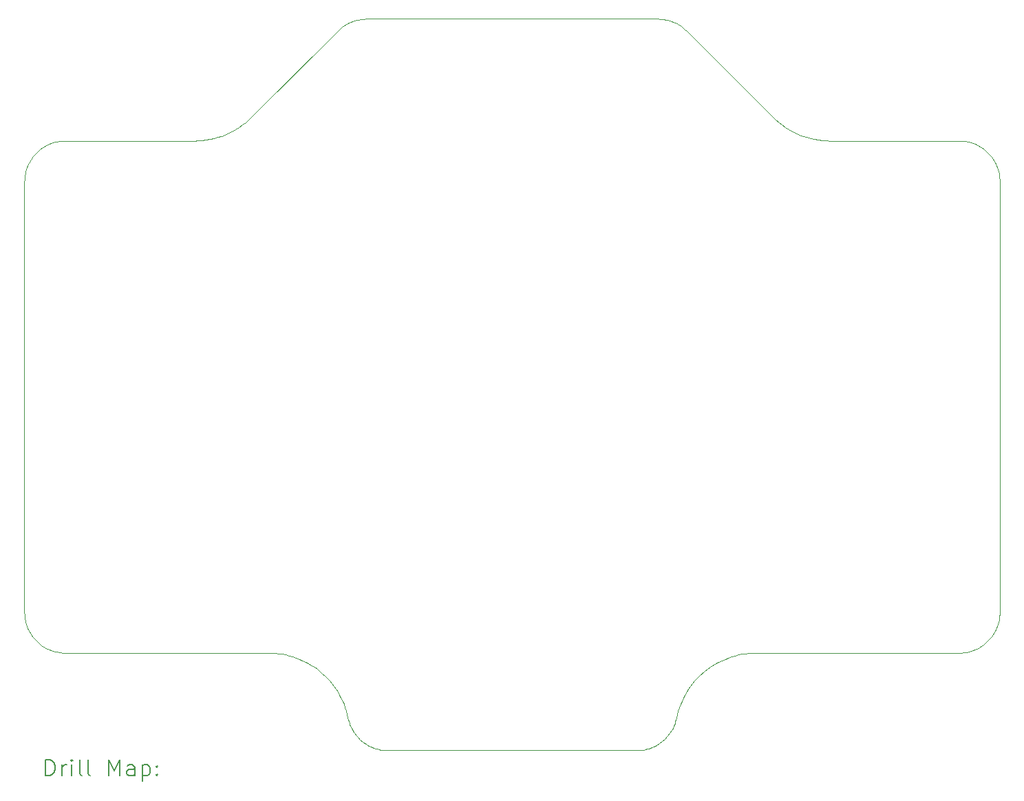
<source format=gbr>
%TF.GenerationSoftware,KiCad,Pcbnew,7.0.5*%
%TF.CreationDate,2024-08-14T01:08:48+02:00*%
%TF.ProjectId,game,67616d65-2e6b-4696-9361-645f70636258,rev?*%
%TF.SameCoordinates,Original*%
%TF.FileFunction,Drillmap*%
%TF.FilePolarity,Positive*%
%FSLAX45Y45*%
G04 Gerber Fmt 4.5, Leading zero omitted, Abs format (unit mm)*
G04 Created by KiCad (PCBNEW 7.0.5) date 2024-08-14 01:08:48*
%MOMM*%
%LPD*%
G01*
G04 APERTURE LIST*
%ADD10C,0.000000*%
%ADD11C,0.200000*%
G04 APERTURE END LIST*
D10*
X7114176Y-12618046D02*
X7129891Y-12636188D01*
X15090363Y-5098116D02*
X15070294Y-5084010D01*
X7010159Y-12400769D02*
X7015742Y-12424959D01*
X10599343Y-12999506D02*
X10565163Y-12975008D01*
X15125120Y-13315415D02*
X15105196Y-13353280D01*
X7129891Y-12636188D02*
X7146446Y-12653553D01*
X14995256Y-13684027D02*
X15002796Y-13663663D01*
X6999992Y-6999945D02*
X6999992Y-12300078D01*
X15002796Y-13663663D02*
X15009482Y-13642858D01*
X10216991Y-12823720D02*
X10174635Y-12815281D01*
X18997554Y-12349419D02*
X18999386Y-12324794D01*
X18671918Y-6530341D02*
X18648686Y-6522480D01*
X7015742Y-6875042D02*
X7010159Y-6899232D01*
X7000001Y-12300002D02*
X7000652Y-12325732D01*
X7283230Y-6549307D02*
X7261671Y-6560348D01*
X7015742Y-12424959D02*
X7022480Y-12448686D01*
X10418670Y-12891771D02*
X10379833Y-12874838D01*
X10979797Y-13600002D02*
X10969973Y-13556743D01*
X7328083Y-12769660D02*
X7351315Y-12777521D01*
X7039293Y-12494623D02*
X7049306Y-12516771D01*
X7000652Y-12325732D02*
X7002583Y-12351124D01*
X10780400Y-13174619D02*
X10753312Y-13142271D01*
X7022480Y-12448686D02*
X7030340Y-12471917D01*
X7351315Y-12777521D02*
X7375042Y-12784259D01*
X7002583Y-12351124D02*
X7005762Y-12376147D01*
X7005762Y-12376147D02*
X7010159Y-12400769D01*
X7030340Y-12471917D02*
X7039293Y-12494623D01*
X7049306Y-12516771D02*
X7060348Y-12538330D01*
X10913160Y-13392139D02*
X10894805Y-13353282D01*
X14792894Y-4999960D02*
X11207107Y-4999960D01*
X7060348Y-12538330D02*
X7072387Y-12559268D01*
X10695294Y-13081259D02*
X10664454Y-13052669D01*
X15620168Y-12874836D02*
X15581330Y-12891770D01*
X7072387Y-12559268D02*
X7085392Y-12579555D01*
X10529960Y-12951948D02*
X10493779Y-12930364D01*
X7085392Y-12579555D02*
X7099332Y-12599158D01*
X7099332Y-12599158D02*
X7114176Y-12618046D01*
X15506221Y-12930362D02*
X15434838Y-12975006D01*
X7146448Y-6646447D02*
X7129892Y-6663812D01*
X7146446Y-12653553D02*
X7163811Y-12670109D01*
X7163811Y-12670109D02*
X7181953Y-12685824D01*
X10664454Y-13052669D02*
X10632456Y-13025405D01*
X10874881Y-13315417D02*
X10853433Y-13278580D01*
X14720223Y-13962583D02*
X14739642Y-13954117D01*
X7181953Y-12685824D02*
X7200842Y-12700667D01*
X10131713Y-12808652D02*
X10088269Y-12803872D01*
X7200842Y-12700667D02*
X7220445Y-12714608D01*
X7220445Y-12714608D02*
X7240731Y-12727613D01*
X15086841Y-13392138D02*
X15070101Y-13431950D01*
X10258734Y-12833932D02*
X10216991Y-12823720D01*
X7423854Y-12794239D02*
X7448877Y-12797419D01*
X7030341Y-6828083D02*
X7022480Y-6851315D01*
X7240731Y-12727613D02*
X7261670Y-12739652D01*
X18950695Y-6783229D02*
X18939653Y-6761670D01*
X7500001Y-12800009D02*
X9999995Y-12800009D01*
X11133272Y-5005483D02*
X11109106Y-5009700D01*
X7261670Y-12739652D02*
X7283229Y-12750694D01*
X7283229Y-12750694D02*
X7305377Y-12760707D01*
X7305377Y-12760707D02*
X7328083Y-12769660D01*
X15434838Y-12975006D02*
X15367545Y-13025404D01*
X10944979Y-13472681D02*
X10929900Y-13431951D01*
X7375042Y-12784259D02*
X7399232Y-12789842D01*
X10632456Y-13025405D02*
X10599343Y-12999506D01*
X7399232Y-12789842D02*
X7423854Y-12794239D01*
X7448877Y-12797419D02*
X7474269Y-12799350D01*
X7474269Y-12799350D02*
X7499999Y-12800001D01*
X11054442Y-13778597D02*
X11066622Y-13795930D01*
X10724928Y-13111139D02*
X10695294Y-13081259D01*
X10969973Y-13556743D02*
X10958352Y-13514290D01*
X11207107Y-5000002D02*
X11182313Y-5000617D01*
X10958352Y-13514290D02*
X10944979Y-13472681D01*
X10379833Y-12874838D02*
X10340200Y-12859528D01*
X10929900Y-13431951D02*
X10913160Y-13392139D01*
X10894805Y-13353282D02*
X10874881Y-13315417D01*
X11425560Y-13998065D02*
X11447520Y-13999513D01*
X10299819Y-12845881D02*
X10258734Y-12833932D01*
X10853433Y-13278580D02*
X10830506Y-13242811D01*
X10830506Y-13242811D02*
X10806147Y-13208144D01*
X10997206Y-13663662D02*
X11004745Y-13684027D01*
X10806147Y-13208144D02*
X10780400Y-13174619D01*
X14680216Y-13977062D02*
X14700407Y-13970238D01*
X10753312Y-13142271D02*
X10724928Y-13111139D01*
X11170023Y-13900249D02*
X11187114Y-13912498D01*
X16207094Y-6206989D02*
X15146445Y-5146541D01*
X10565163Y-12975008D02*
X10529960Y-12951948D01*
X10493779Y-12930364D02*
X10456668Y-12910293D01*
X11222805Y-13934819D02*
X11241361Y-13944855D01*
X10456668Y-12910293D02*
X10418670Y-12891771D01*
X10340200Y-12859528D02*
X10299819Y-12845881D01*
X10174635Y-12815281D02*
X10131713Y-12808652D01*
X10088269Y-12803872D02*
X10044350Y-12800976D01*
X10044350Y-12800976D02*
X10000001Y-12800002D01*
X7163812Y-6629892D02*
X7146448Y-6646447D01*
X10979797Y-13600002D02*
X10984709Y-13621631D01*
X10984709Y-13621631D02*
X10990519Y-13642857D01*
X10990519Y-13642857D02*
X10997206Y-13663662D01*
X11004745Y-13684027D02*
X11013115Y-13703933D01*
X11013115Y-13703933D02*
X11022292Y-13723361D01*
X11022292Y-13723361D02*
X11032255Y-13742294D01*
X11032255Y-13742294D02*
X11042979Y-13760712D01*
X11042979Y-13760712D02*
X11054442Y-13778597D01*
X11066622Y-13795930D02*
X11079495Y-13812692D01*
X11079495Y-13812692D02*
X11093039Y-13828866D01*
X11093039Y-13828866D02*
X11107231Y-13844432D01*
X11107231Y-13844432D02*
X11122048Y-13859372D01*
X11122048Y-13859372D02*
X11137468Y-13873667D01*
X11137468Y-13873667D02*
X11153467Y-13887299D01*
X18668587Y-12770723D02*
X18691342Y-12761941D01*
X11153467Y-13887299D02*
X11170023Y-13900249D01*
X16577041Y-6441448D02*
X16623379Y-6456780D01*
X11187114Y-13912498D02*
X11204715Y-13924027D01*
X11204715Y-13924027D02*
X11222805Y-13934819D01*
X11241361Y-13944855D02*
X11260360Y-13954116D01*
X11260360Y-13954116D02*
X11279779Y-13962582D01*
X11279779Y-13962582D02*
X11299595Y-13970237D01*
X11299595Y-13970237D02*
X11319786Y-13977061D01*
X11319786Y-13977061D02*
X11340328Y-13983035D01*
X11340328Y-13983035D02*
X11361200Y-13988141D01*
X11361200Y-13988141D02*
X11382377Y-13992361D01*
X11382377Y-13992361D02*
X11403838Y-13995675D01*
X11403838Y-13995675D02*
X11425560Y-13998065D01*
X11447520Y-13999513D02*
X11469694Y-14000000D01*
X14530305Y-14000000D02*
X11469696Y-14000000D01*
X14530307Y-14000000D02*
X14552481Y-13999513D01*
X14552481Y-13999513D02*
X14574441Y-13998066D01*
X14574441Y-13998066D02*
X14596163Y-13995676D01*
X14596163Y-13995676D02*
X14617624Y-13992361D01*
X14617624Y-13992361D02*
X14638802Y-13988142D01*
X14967747Y-13742295D02*
X14977709Y-13723362D01*
X14638802Y-13988142D02*
X14659673Y-13983036D01*
X14659673Y-13983036D02*
X14680216Y-13977062D01*
X14700407Y-13970238D02*
X14720223Y-13962583D01*
X14739642Y-13954117D02*
X14758640Y-13944856D01*
X14758640Y-13944856D02*
X14777196Y-13934821D01*
X14777196Y-13934821D02*
X14812888Y-13912499D01*
X18939653Y-6761670D02*
X18927614Y-6740732D01*
X14812888Y-13912499D02*
X14846534Y-13887300D01*
X18853554Y-6646447D02*
X18836190Y-6629892D01*
X14938311Y-5021618D02*
X14914769Y-5015085D01*
X9756961Y-6241307D02*
X9792893Y-6207112D01*
X14846534Y-13887300D02*
X14877953Y-13859373D01*
X14877953Y-13859373D02*
X14906963Y-13828867D01*
X14906963Y-13828867D02*
X14920507Y-13812693D01*
X18624960Y-6515743D02*
X18600769Y-6510160D01*
X14920507Y-13812693D02*
X14933380Y-13795931D01*
X18716772Y-6549307D02*
X18694624Y-6539294D01*
X14933380Y-13795931D02*
X14945559Y-13778598D01*
X14817687Y-5000620D02*
X14792894Y-5000005D01*
X14945559Y-13778598D02*
X14957023Y-13760713D01*
X14957023Y-13760713D02*
X14967747Y-13742295D01*
X14977709Y-13723362D02*
X14986886Y-13703933D01*
X7060348Y-6761670D02*
X7049306Y-6783229D01*
X14986886Y-13703933D02*
X14995256Y-13684027D01*
X15009482Y-13642858D02*
X15015293Y-13621631D01*
X15955651Y-12800974D02*
X15911732Y-12803870D01*
X15015293Y-13621631D02*
X15020204Y-13600002D01*
X18600769Y-6510160D02*
X18576147Y-6505763D01*
X16000000Y-12800001D02*
X15955651Y-12800974D01*
X15911732Y-12803870D02*
X15868288Y-12808651D01*
X18500000Y-12800001D02*
X18524794Y-12799386D01*
X15868288Y-12808651D02*
X15825366Y-12815279D01*
X18551124Y-6502583D02*
X18525732Y-6500652D01*
X16670464Y-6469846D02*
X16718213Y-6480612D01*
X15825366Y-12815279D02*
X15783010Y-12823718D01*
X15783010Y-12823718D02*
X15741267Y-12833931D01*
X15741267Y-12833931D02*
X15700182Y-12845879D01*
X15700182Y-12845879D02*
X15659800Y-12859527D01*
X15659800Y-12859527D02*
X15620168Y-12874836D01*
X18525732Y-6500652D02*
X18500002Y-6500001D01*
X15581330Y-12891770D02*
X15543333Y-12910291D01*
X15543333Y-12910291D02*
X15506221Y-12930362D01*
X15367545Y-13025404D02*
X15304707Y-13081257D01*
X16914219Y-6499882D02*
X18500000Y-6499882D01*
X15304707Y-13081257D02*
X15246688Y-13142270D01*
X15246688Y-13142270D02*
X15219600Y-13174617D01*
X15219600Y-13174617D02*
X15193854Y-13208143D01*
X15193854Y-13208143D02*
X15169495Y-13242809D01*
X18713642Y-12752060D02*
X18735446Y-12741098D01*
X15169495Y-13242809D02*
X15146568Y-13278579D01*
X16718213Y-6480612D02*
X16766544Y-6489046D01*
X15146568Y-13278579D02*
X15125120Y-13315415D01*
X15105196Y-13353280D02*
X15086841Y-13392138D01*
X15070101Y-13431950D02*
X15055022Y-13472679D01*
X9599210Y-6358144D02*
X9640587Y-6331994D01*
X15055022Y-13472679D02*
X15041649Y-13514289D01*
X15041649Y-13514289D02*
X15030028Y-13556742D01*
X15030028Y-13556742D02*
X15020204Y-13600000D01*
X18500000Y-12800009D02*
X16000005Y-12800009D01*
X15028339Y-5058908D02*
X15006535Y-5047946D01*
X18524794Y-12799386D02*
X18549419Y-12797554D01*
X18549419Y-12797554D02*
X18573835Y-12794521D01*
X18573835Y-12794521D02*
X18598001Y-12790305D01*
X18598001Y-12790305D02*
X18621876Y-12784921D01*
X18621876Y-12784921D02*
X18645418Y-12778388D01*
X16359414Y-6331993D02*
X16400791Y-6358143D01*
X18645418Y-12778388D02*
X18668587Y-12770723D01*
X18691342Y-12761941D02*
X18713642Y-12752060D01*
X18735446Y-12741098D02*
X18756712Y-12729071D01*
X18756712Y-12729071D02*
X18777401Y-12715995D01*
X18777401Y-12715995D02*
X18797470Y-12701889D01*
X18797470Y-12701889D02*
X18816879Y-12686769D01*
X18816879Y-12686769D02*
X18835588Y-12670652D01*
X18835588Y-12670652D02*
X18853554Y-12653555D01*
X18853554Y-12653555D02*
X18870651Y-12635588D01*
X18870651Y-12635588D02*
X18886768Y-12616880D01*
X18886768Y-12616880D02*
X18901888Y-12597471D01*
X18901888Y-12597471D02*
X18915995Y-12577401D01*
X18915995Y-12577401D02*
X18929070Y-12556713D01*
X14914769Y-5015085D02*
X14890894Y-5009701D01*
X18929070Y-12556713D02*
X18941097Y-12535446D01*
X18941097Y-12535446D02*
X18952060Y-12513642D01*
X18952060Y-12513642D02*
X18961940Y-12491342D01*
X18961940Y-12491342D02*
X18970722Y-12468587D01*
X18970722Y-12468587D02*
X18978388Y-12445418D01*
X18978388Y-12445418D02*
X18984921Y-12421876D01*
X18984921Y-12421876D02*
X18990304Y-12398001D01*
X18990304Y-12398001D02*
X18994521Y-12373835D01*
X18994521Y-12373835D02*
X18997554Y-12349419D01*
X18999386Y-12324794D02*
X19000001Y-12300001D01*
X19000009Y-6999945D02*
X19000009Y-12300078D01*
X19000000Y-7000000D02*
X18999350Y-6974270D01*
X18999350Y-6974270D02*
X18997419Y-6948878D01*
X18997419Y-6948878D02*
X18994239Y-6923855D01*
X16207107Y-6207109D02*
X16243040Y-6241304D01*
X18994239Y-6923855D02*
X18989842Y-6899232D01*
X10890228Y-5113238D02*
X10871520Y-5129356D01*
X9376622Y-6456779D02*
X9422960Y-6441448D01*
X18989842Y-6899232D02*
X18984259Y-6875042D01*
X14984235Y-5038065D02*
X14961480Y-5029284D01*
X18984259Y-6875042D02*
X18977521Y-6851315D01*
X11182313Y-5000617D02*
X11157688Y-5002450D01*
X7375043Y-6515743D02*
X7351316Y-6522480D01*
X18977521Y-6851315D02*
X18969661Y-6828083D01*
X18969661Y-6828083D02*
X18960708Y-6805377D01*
X18799159Y-6599333D02*
X18779556Y-6585393D01*
X18960708Y-6805377D02*
X18950695Y-6783229D01*
X9281788Y-6480611D02*
X9329537Y-6469845D01*
X18927614Y-6740732D02*
X18914609Y-6720445D01*
X18914609Y-6720445D02*
X18900669Y-6700842D01*
X10929707Y-5084011D02*
X10909637Y-5098118D01*
X18900669Y-6700842D02*
X18885825Y-6681954D01*
X18885825Y-6681954D02*
X18870110Y-6663812D01*
X18870110Y-6663812D02*
X18853554Y-6646447D01*
X18836190Y-6629892D02*
X18818048Y-6614176D01*
X18818048Y-6614176D02*
X18799159Y-6599333D01*
X18779556Y-6585393D02*
X18759270Y-6572388D01*
X18759270Y-6572388D02*
X18738331Y-6560348D01*
X18576147Y-6505763D02*
X18551124Y-6502583D01*
X18738331Y-6560348D02*
X18716772Y-6549307D01*
X18694624Y-6539294D02*
X18671918Y-6530341D01*
X18648686Y-6522480D02*
X18624960Y-6515743D01*
X16243040Y-6241304D02*
X16280456Y-6273539D01*
X16280456Y-6273539D02*
X16319275Y-6303780D01*
X16319275Y-6303780D02*
X16359414Y-6331993D01*
X16400791Y-6358143D02*
X16443324Y-6382198D01*
X16443324Y-6382198D02*
X16486931Y-6404123D01*
X16486931Y-6404123D02*
X16531531Y-6423884D01*
X16531531Y-6423884D02*
X16577041Y-6441448D01*
X16623379Y-6456780D02*
X16670464Y-6469846D01*
X16766544Y-6489046D02*
X16815377Y-6495111D01*
X16815377Y-6495111D02*
X16864627Y-6498776D01*
X16864627Y-6498776D02*
X16914214Y-6500005D01*
X15146447Y-5146450D02*
X15128481Y-5129353D01*
X15128481Y-5129353D02*
X15109773Y-5113236D01*
X11038520Y-5029283D02*
X11015765Y-5038065D01*
X15109773Y-5113236D02*
X15090363Y-5098116D01*
X15070294Y-5084010D02*
X15049605Y-5070935D01*
X15049605Y-5070935D02*
X15028339Y-5058908D01*
X15006535Y-5047946D02*
X14984235Y-5038065D01*
X10909637Y-5098118D02*
X10890228Y-5113238D01*
X14961480Y-5029284D02*
X14938311Y-5021618D01*
X9085787Y-6500001D02*
X9135374Y-6498773D01*
X14890894Y-5009701D02*
X14866728Y-5005485D01*
X11061689Y-5021617D02*
X11038520Y-5029283D01*
X14866728Y-5005485D02*
X14842312Y-5002452D01*
X14842312Y-5002452D02*
X14817687Y-5000620D01*
X11157688Y-5002450D02*
X11133272Y-5005483D01*
X11109106Y-5009700D02*
X11085232Y-5015084D01*
X11085232Y-5015084D02*
X11061689Y-5021617D01*
X11015765Y-5038065D02*
X10993465Y-5047946D01*
X10993465Y-5047946D02*
X10971662Y-5058909D01*
X10971662Y-5058909D02*
X10950395Y-5070936D01*
X10950395Y-5070936D02*
X10929707Y-5084011D01*
X10871520Y-5129356D02*
X10853554Y-5146453D01*
X10853555Y-5146538D02*
X9792906Y-6206986D01*
X9135374Y-6498773D02*
X9184625Y-6495109D01*
X9184625Y-6495109D02*
X9233457Y-6489044D01*
X9233457Y-6489044D02*
X9281788Y-6480611D01*
X9329537Y-6469845D02*
X9376622Y-6456779D01*
X9422960Y-6441448D02*
X9468470Y-6423884D01*
X9468470Y-6423884D02*
X9513070Y-6404124D01*
X9513070Y-6404124D02*
X9556677Y-6382199D01*
X9556677Y-6382199D02*
X9599210Y-6358144D01*
X9640587Y-6331994D02*
X9680726Y-6303781D01*
X9680726Y-6303781D02*
X9719544Y-6273541D01*
X9719544Y-6273541D02*
X9756961Y-6241307D01*
X9085781Y-6499882D02*
X7500001Y-6499882D01*
X7500001Y-6500001D02*
X7474271Y-6500652D01*
X7474271Y-6500652D02*
X7448879Y-6502583D01*
X7448879Y-6502583D02*
X7423856Y-6505763D01*
X7423856Y-6505763D02*
X7399233Y-6510160D01*
X7114177Y-6681954D02*
X7099333Y-6700842D01*
X7399233Y-6510160D02*
X7375043Y-6515743D01*
X7351316Y-6522480D02*
X7328084Y-6530341D01*
X7328084Y-6530341D02*
X7305378Y-6539294D01*
X7305378Y-6539294D02*
X7283230Y-6549307D01*
X7261671Y-6560348D02*
X7240733Y-6572388D01*
X7240733Y-6572388D02*
X7220446Y-6585393D01*
X7220446Y-6585393D02*
X7200843Y-6599333D01*
X7200843Y-6599333D02*
X7181955Y-6614176D01*
X7181955Y-6614176D02*
X7163812Y-6629892D01*
X7072388Y-6740732D02*
X7060348Y-6761670D01*
X7129892Y-6663812D02*
X7114177Y-6681954D01*
X7099333Y-6700842D02*
X7085393Y-6720445D01*
X7085393Y-6720445D02*
X7072388Y-6740732D01*
X7049306Y-6783229D02*
X7039293Y-6805377D01*
X7039293Y-6805377D02*
X7030341Y-6828083D01*
X7022480Y-6851315D02*
X7015742Y-6875042D01*
X7010159Y-6899232D02*
X7005761Y-6923855D01*
X7005761Y-6923855D02*
X7002582Y-6948878D01*
X7002582Y-6948878D02*
X7000651Y-6974270D01*
X7000651Y-6974270D02*
X7000000Y-7000000D01*
D11*
X7260768Y-14311484D02*
X7260768Y-14111484D01*
X7260768Y-14111484D02*
X7308387Y-14111484D01*
X7308387Y-14111484D02*
X7336959Y-14121008D01*
X7336959Y-14121008D02*
X7356006Y-14140055D01*
X7356006Y-14140055D02*
X7365530Y-14159103D01*
X7365530Y-14159103D02*
X7375054Y-14197198D01*
X7375054Y-14197198D02*
X7375054Y-14225770D01*
X7375054Y-14225770D02*
X7365530Y-14263865D01*
X7365530Y-14263865D02*
X7356006Y-14282912D01*
X7356006Y-14282912D02*
X7336959Y-14301960D01*
X7336959Y-14301960D02*
X7308387Y-14311484D01*
X7308387Y-14311484D02*
X7260768Y-14311484D01*
X7460768Y-14311484D02*
X7460768Y-14178150D01*
X7460768Y-14216246D02*
X7470292Y-14197198D01*
X7470292Y-14197198D02*
X7479816Y-14187674D01*
X7479816Y-14187674D02*
X7498864Y-14178150D01*
X7498864Y-14178150D02*
X7517911Y-14178150D01*
X7584578Y-14311484D02*
X7584578Y-14178150D01*
X7584578Y-14111484D02*
X7575054Y-14121008D01*
X7575054Y-14121008D02*
X7584578Y-14130531D01*
X7584578Y-14130531D02*
X7594102Y-14121008D01*
X7594102Y-14121008D02*
X7584578Y-14111484D01*
X7584578Y-14111484D02*
X7584578Y-14130531D01*
X7708387Y-14311484D02*
X7689340Y-14301960D01*
X7689340Y-14301960D02*
X7679816Y-14282912D01*
X7679816Y-14282912D02*
X7679816Y-14111484D01*
X7813149Y-14311484D02*
X7794102Y-14301960D01*
X7794102Y-14301960D02*
X7784578Y-14282912D01*
X7784578Y-14282912D02*
X7784578Y-14111484D01*
X8041721Y-14311484D02*
X8041721Y-14111484D01*
X8041721Y-14111484D02*
X8108387Y-14254341D01*
X8108387Y-14254341D02*
X8175054Y-14111484D01*
X8175054Y-14111484D02*
X8175054Y-14311484D01*
X8356006Y-14311484D02*
X8356006Y-14206722D01*
X8356006Y-14206722D02*
X8346483Y-14187674D01*
X8346483Y-14187674D02*
X8327435Y-14178150D01*
X8327435Y-14178150D02*
X8289340Y-14178150D01*
X8289340Y-14178150D02*
X8270292Y-14187674D01*
X8356006Y-14301960D02*
X8336959Y-14311484D01*
X8336959Y-14311484D02*
X8289340Y-14311484D01*
X8289340Y-14311484D02*
X8270292Y-14301960D01*
X8270292Y-14301960D02*
X8260768Y-14282912D01*
X8260768Y-14282912D02*
X8260768Y-14263865D01*
X8260768Y-14263865D02*
X8270292Y-14244817D01*
X8270292Y-14244817D02*
X8289340Y-14235293D01*
X8289340Y-14235293D02*
X8336959Y-14235293D01*
X8336959Y-14235293D02*
X8356006Y-14225770D01*
X8451245Y-14178150D02*
X8451245Y-14378150D01*
X8451245Y-14187674D02*
X8470292Y-14178150D01*
X8470292Y-14178150D02*
X8508388Y-14178150D01*
X8508388Y-14178150D02*
X8527435Y-14187674D01*
X8527435Y-14187674D02*
X8536959Y-14197198D01*
X8536959Y-14197198D02*
X8546483Y-14216246D01*
X8546483Y-14216246D02*
X8546483Y-14273389D01*
X8546483Y-14273389D02*
X8536959Y-14292436D01*
X8536959Y-14292436D02*
X8527435Y-14301960D01*
X8527435Y-14301960D02*
X8508388Y-14311484D01*
X8508388Y-14311484D02*
X8470292Y-14311484D01*
X8470292Y-14311484D02*
X8451245Y-14301960D01*
X8632197Y-14292436D02*
X8641721Y-14301960D01*
X8641721Y-14301960D02*
X8632197Y-14311484D01*
X8632197Y-14311484D02*
X8622673Y-14301960D01*
X8622673Y-14301960D02*
X8632197Y-14292436D01*
X8632197Y-14292436D02*
X8632197Y-14311484D01*
X8632197Y-14187674D02*
X8641721Y-14197198D01*
X8641721Y-14197198D02*
X8632197Y-14206722D01*
X8632197Y-14206722D02*
X8622673Y-14197198D01*
X8622673Y-14197198D02*
X8632197Y-14187674D01*
X8632197Y-14187674D02*
X8632197Y-14206722D01*
M02*

</source>
